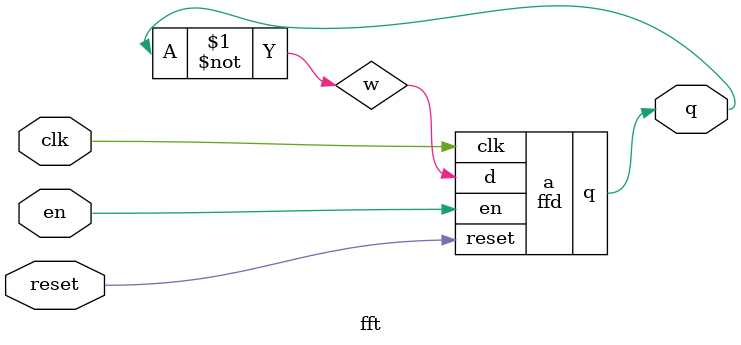
<source format=v>
module ffd(input clk, input reset, input en, input d, output reg q);

  always @ (posedge clk, posedge reset)
  if (reset) q <= 1'b0;
  else if (en) q <= d;

endmodule

module fft(input clk, en, reset, output q);

  wire w;
  assign w = ~q;

  ffd a(clk, reset, en, w, q);

endmodule

</source>
